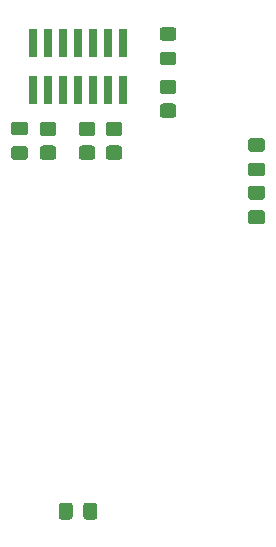
<source format=gbr>
%TF.GenerationSoftware,KiCad,Pcbnew,(5.1.9)-1*%
%TF.CreationDate,2021-12-16T02:45:32+03:00*%
%TF.ProjectId,pcb-heater,7063622d-6865-4617-9465-722e6b696361,rev?*%
%TF.SameCoordinates,Original*%
%TF.FileFunction,Paste,Top*%
%TF.FilePolarity,Positive*%
%FSLAX46Y46*%
G04 Gerber Fmt 4.6, Leading zero omitted, Abs format (unit mm)*
G04 Created by KiCad (PCBNEW (5.1.9)-1) date 2021-12-16 02:45:32*
%MOMM*%
%LPD*%
G01*
G04 APERTURE LIST*
%ADD10R,0.740000X2.400000*%
G04 APERTURE END LIST*
%TO.C,R19*%
G36*
G01*
X112210001Y-86976000D02*
X111309999Y-86976000D01*
G75*
G02*
X111060000Y-86726001I0J249999D01*
G01*
X111060000Y-86025999D01*
G75*
G02*
X111309999Y-85776000I249999J0D01*
G01*
X112210001Y-85776000D01*
G75*
G02*
X112460000Y-86025999I0J-249999D01*
G01*
X112460000Y-86726001D01*
G75*
G02*
X112210001Y-86976000I-249999J0D01*
G01*
G37*
G36*
G01*
X112210001Y-88976000D02*
X111309999Y-88976000D01*
G75*
G02*
X111060000Y-88726001I0J249999D01*
G01*
X111060000Y-88025999D01*
G75*
G02*
X111309999Y-87776000I249999J0D01*
G01*
X112210001Y-87776000D01*
G75*
G02*
X112460000Y-88025999I0J-249999D01*
G01*
X112460000Y-88726001D01*
G75*
G02*
X112210001Y-88976000I-249999J0D01*
G01*
G37*
%TD*%
%TO.C,R18*%
G36*
G01*
X115512001Y-86976000D02*
X114611999Y-86976000D01*
G75*
G02*
X114362000Y-86726001I0J249999D01*
G01*
X114362000Y-86025999D01*
G75*
G02*
X114611999Y-85776000I249999J0D01*
G01*
X115512001Y-85776000D01*
G75*
G02*
X115762000Y-86025999I0J-249999D01*
G01*
X115762000Y-86726001D01*
G75*
G02*
X115512001Y-86976000I-249999J0D01*
G01*
G37*
G36*
G01*
X115512001Y-88976000D02*
X114611999Y-88976000D01*
G75*
G02*
X114362000Y-88726001I0J249999D01*
G01*
X114362000Y-88025999D01*
G75*
G02*
X114611999Y-87776000I249999J0D01*
G01*
X115512001Y-87776000D01*
G75*
G02*
X115762000Y-88025999I0J-249999D01*
G01*
X115762000Y-88726001D01*
G75*
G02*
X115512001Y-88976000I-249999J0D01*
G01*
G37*
%TD*%
%TO.C,R17*%
G36*
G01*
X117798001Y-86976000D02*
X116897999Y-86976000D01*
G75*
G02*
X116648000Y-86726001I0J249999D01*
G01*
X116648000Y-86025999D01*
G75*
G02*
X116897999Y-85776000I249999J0D01*
G01*
X117798001Y-85776000D01*
G75*
G02*
X118048000Y-86025999I0J-249999D01*
G01*
X118048000Y-86726001D01*
G75*
G02*
X117798001Y-86976000I-249999J0D01*
G01*
G37*
G36*
G01*
X117798001Y-88976000D02*
X116897999Y-88976000D01*
G75*
G02*
X116648000Y-88726001I0J249999D01*
G01*
X116648000Y-88025999D01*
G75*
G02*
X116897999Y-87776000I249999J0D01*
G01*
X117798001Y-87776000D01*
G75*
G02*
X118048000Y-88025999I0J-249999D01*
G01*
X118048000Y-88726001D01*
G75*
G02*
X117798001Y-88976000I-249999J0D01*
G01*
G37*
%TD*%
%TO.C,R2*%
G36*
G01*
X121469999Y-84220000D02*
X122370001Y-84220000D01*
G75*
G02*
X122620000Y-84469999I0J-249999D01*
G01*
X122620000Y-85170001D01*
G75*
G02*
X122370001Y-85420000I-249999J0D01*
G01*
X121469999Y-85420000D01*
G75*
G02*
X121220000Y-85170001I0J249999D01*
G01*
X121220000Y-84469999D01*
G75*
G02*
X121469999Y-84220000I249999J0D01*
G01*
G37*
G36*
G01*
X121469999Y-82220000D02*
X122370001Y-82220000D01*
G75*
G02*
X122620000Y-82469999I0J-249999D01*
G01*
X122620000Y-83170001D01*
G75*
G02*
X122370001Y-83420000I-249999J0D01*
G01*
X121469999Y-83420000D01*
G75*
G02*
X121220000Y-83170001I0J249999D01*
G01*
X121220000Y-82469999D01*
G75*
G02*
X121469999Y-82220000I249999J0D01*
G01*
G37*
%TD*%
D10*
%TO.C,J9*%
X110490000Y-83039500D03*
X110490000Y-79139500D03*
X111760000Y-83039500D03*
X111760000Y-79139500D03*
X113030000Y-83039500D03*
X113030000Y-79139500D03*
X114300000Y-83039500D03*
X114300000Y-79139500D03*
X115570000Y-83039500D03*
X115570000Y-79139500D03*
X116840000Y-83039500D03*
X116840000Y-79139500D03*
X118110000Y-83039500D03*
X118110000Y-79139500D03*
%TD*%
%TO.C,D1*%
G36*
G01*
X121469999Y-79825000D02*
X122370001Y-79825000D01*
G75*
G02*
X122620000Y-80074999I0J-249999D01*
G01*
X122620000Y-80725001D01*
G75*
G02*
X122370001Y-80975000I-249999J0D01*
G01*
X121469999Y-80975000D01*
G75*
G02*
X121220000Y-80725001I0J249999D01*
G01*
X121220000Y-80074999D01*
G75*
G02*
X121469999Y-79825000I249999J0D01*
G01*
G37*
G36*
G01*
X121469999Y-77775000D02*
X122370001Y-77775000D01*
G75*
G02*
X122620000Y-78024999I0J-249999D01*
G01*
X122620000Y-78675001D01*
G75*
G02*
X122370001Y-78925000I-249999J0D01*
G01*
X121469999Y-78925000D01*
G75*
G02*
X121220000Y-78675001I0J249999D01*
G01*
X121220000Y-78024999D01*
G75*
G02*
X121469999Y-77775000I249999J0D01*
G01*
G37*
%TD*%
%TO.C,C8*%
G36*
G01*
X109822000Y-86926000D02*
X108872000Y-86926000D01*
G75*
G02*
X108622000Y-86676000I0J250000D01*
G01*
X108622000Y-86001000D01*
G75*
G02*
X108872000Y-85751000I250000J0D01*
G01*
X109822000Y-85751000D01*
G75*
G02*
X110072000Y-86001000I0J-250000D01*
G01*
X110072000Y-86676000D01*
G75*
G02*
X109822000Y-86926000I-250000J0D01*
G01*
G37*
G36*
G01*
X109822000Y-89001000D02*
X108872000Y-89001000D01*
G75*
G02*
X108622000Y-88751000I0J250000D01*
G01*
X108622000Y-88076000D01*
G75*
G02*
X108872000Y-87826000I250000J0D01*
G01*
X109822000Y-87826000D01*
G75*
G02*
X110072000Y-88076000I0J-250000D01*
G01*
X110072000Y-88751000D01*
G75*
G02*
X109822000Y-89001000I-250000J0D01*
G01*
G37*
%TD*%
%TO.C,C5*%
G36*
G01*
X114750000Y-119220000D02*
X114750000Y-118270000D01*
G75*
G02*
X115000000Y-118020000I250000J0D01*
G01*
X115675000Y-118020000D01*
G75*
G02*
X115925000Y-118270000I0J-250000D01*
G01*
X115925000Y-119220000D01*
G75*
G02*
X115675000Y-119470000I-250000J0D01*
G01*
X115000000Y-119470000D01*
G75*
G02*
X114750000Y-119220000I0J250000D01*
G01*
G37*
G36*
G01*
X112675000Y-119220000D02*
X112675000Y-118270000D01*
G75*
G02*
X112925000Y-118020000I250000J0D01*
G01*
X113600000Y-118020000D01*
G75*
G02*
X113850000Y-118270000I0J-250000D01*
G01*
X113850000Y-119220000D01*
G75*
G02*
X113600000Y-119470000I-250000J0D01*
G01*
X112925000Y-119470000D01*
G75*
G02*
X112675000Y-119220000I0J250000D01*
G01*
G37*
%TD*%
%TO.C,C2*%
G36*
G01*
X129888000Y-94440500D02*
X128938000Y-94440500D01*
G75*
G02*
X128688000Y-94190500I0J250000D01*
G01*
X128688000Y-93515500D01*
G75*
G02*
X128938000Y-93265500I250000J0D01*
G01*
X129888000Y-93265500D01*
G75*
G02*
X130138000Y-93515500I0J-250000D01*
G01*
X130138000Y-94190500D01*
G75*
G02*
X129888000Y-94440500I-250000J0D01*
G01*
G37*
G36*
G01*
X129888000Y-92365500D02*
X128938000Y-92365500D01*
G75*
G02*
X128688000Y-92115500I0J250000D01*
G01*
X128688000Y-91440500D01*
G75*
G02*
X128938000Y-91190500I250000J0D01*
G01*
X129888000Y-91190500D01*
G75*
G02*
X130138000Y-91440500I0J-250000D01*
G01*
X130138000Y-92115500D01*
G75*
G02*
X129888000Y-92365500I-250000J0D01*
G01*
G37*
%TD*%
%TO.C,C1*%
G36*
G01*
X128938000Y-89223000D02*
X129888000Y-89223000D01*
G75*
G02*
X130138000Y-89473000I0J-250000D01*
G01*
X130138000Y-90148000D01*
G75*
G02*
X129888000Y-90398000I-250000J0D01*
G01*
X128938000Y-90398000D01*
G75*
G02*
X128688000Y-90148000I0J250000D01*
G01*
X128688000Y-89473000D01*
G75*
G02*
X128938000Y-89223000I250000J0D01*
G01*
G37*
G36*
G01*
X128938000Y-87148000D02*
X129888000Y-87148000D01*
G75*
G02*
X130138000Y-87398000I0J-250000D01*
G01*
X130138000Y-88073000D01*
G75*
G02*
X129888000Y-88323000I-250000J0D01*
G01*
X128938000Y-88323000D01*
G75*
G02*
X128688000Y-88073000I0J250000D01*
G01*
X128688000Y-87398000D01*
G75*
G02*
X128938000Y-87148000I250000J0D01*
G01*
G37*
%TD*%
M02*

</source>
